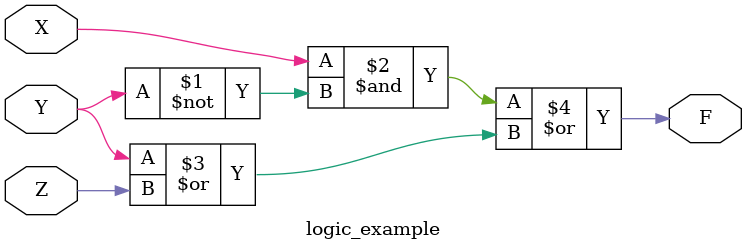
<source format=v>
`timescale 1ns / 1ps
module logic_example(
    input X,
    input Y,
    input Z,
    output F
    );

	wire F;
	assign F=(X&~Y)|(Y|Z);
	
endmodule

</source>
